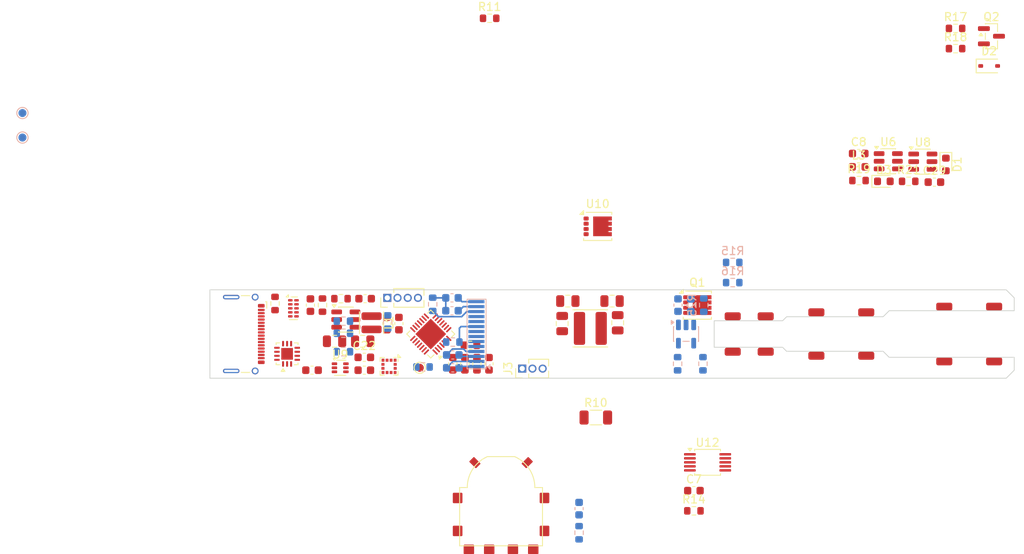
<source format=kicad_pcb>
(kicad_pcb
	(version 20241229)
	(generator "pcbnew")
	(generator_version "9.0")
	(general
		(thickness 1.6)
		(legacy_teardrops no)
	)
	(paper "A4")
	(layers
		(0 "F.Cu" signal)
		(4 "In1.Cu" signal)
		(6 "In2.Cu" signal)
		(2 "B.Cu" signal)
		(9 "F.Adhes" user "F.Adhesive")
		(11 "B.Adhes" user "B.Adhesive")
		(13 "F.Paste" user)
		(15 "B.Paste" user)
		(5 "F.SilkS" user "F.Silkscreen")
		(7 "B.SilkS" user "B.Silkscreen")
		(1 "F.Mask" user)
		(3 "B.Mask" user)
		(17 "Dwgs.User" user "User.Drawings")
		(19 "Cmts.User" user "User.Comments")
		(21 "Eco1.User" user "User.Eco1")
		(23 "Eco2.User" user "User.Eco2")
		(25 "Edge.Cuts" user)
		(27 "Margin" user)
		(31 "F.CrtYd" user "F.Courtyard")
		(29 "B.CrtYd" user "B.Courtyard")
		(35 "F.Fab" user)
		(33 "B.Fab" user)
		(39 "User.1" user)
		(41 "User.2" user)
		(43 "User.3" user)
		(45 "User.4" user)
	)
	(setup
		(stackup
			(layer "F.SilkS"
				(type "Top Silk Screen")
				(color "Black")
			)
			(layer "F.Paste"
				(type "Top Solder Paste")
			)
			(layer "F.Mask"
				(type "Top Solder Mask")
				(color "White")
				(thickness 0.01)
			)
			(layer "F.Cu"
				(type "copper")
				(thickness 0.035)
			)
			(layer "dielectric 1"
				(type "prepreg")
				(thickness 0.1)
				(material "FR4")
				(epsilon_r 4.5)
				(loss_tangent 0.02)
			)
			(layer "In1.Cu"
				(type "copper")
				(thickness 0.035)
			)
			(layer "dielectric 2"
				(type "core")
				(thickness 1.24)
				(material "FR4")
				(epsilon_r 4.5)
				(loss_tangent 0.02)
			)
			(layer "In2.Cu"
				(type "copper")
				(thickness 0.035)
			)
			(layer "dielectric 3"
				(type "prepreg")
				(thickness 0.1)
				(material "FR4")
				(epsilon_r 4.5)
				(loss_tangent 0.02)
			)
			(layer "B.Cu"
				(type "copper")
				(thickness 0.035)
			)
			(layer "B.Mask"
				(type "Bottom Solder Mask")
				(thickness 0.01)
			)
			(layer "B.Paste"
				(type "Bottom Solder Paste")
			)
			(layer "B.SilkS"
				(type "Bottom Silk Screen")
			)
			(copper_finish "None")
			(dielectric_constraints no)
		)
		(pad_to_mask_clearance 0)
		(allow_soldermask_bridges_in_footprints no)
		(tenting front back)
		(grid_origin 100.5 158.2)
		(pcbplotparams
			(layerselection 0x00000000_00000000_55555555_5755f5ff)
			(plot_on_all_layers_selection 0x00000000_00000000_00000000_00000000)
			(disableapertmacros no)
			(usegerberextensions no)
			(usegerberattributes yes)
			(usegerberadvancedattributes yes)
			(creategerberjobfile yes)
			(dashed_line_dash_ratio 12.000000)
			(dashed_line_gap_ratio 3.000000)
			(svgprecision 4)
			(plotframeref no)
			(mode 1)
			(useauxorigin no)
			(hpglpennumber 1)
			(hpglpenspeed 20)
			(hpglpendiameter 15.000000)
			(pdf_front_fp_property_popups yes)
			(pdf_back_fp_property_popups yes)
			(pdf_metadata yes)
			(pdf_single_document no)
			(dxfpolygonmode yes)
			(dxfimperialunits yes)
			(dxfusepcbnewfont yes)
			(psnegative no)
			(psa4output no)
			(plot_black_and_white yes)
			(sketchpadsonfab no)
			(plotpadnumbers no)
			(hidednponfab no)
			(sketchdnponfab yes)
			(crossoutdnponfab yes)
			(subtractmaskfromsilk no)
			(outputformat 1)
			(mirror no)
			(drillshape 1)
			(scaleselection 1)
			(outputdirectory "")
		)
	)
	(net 0 "")
	(net 1 "+3.3V")
	(net 2 "GND")
	(net 3 "VBUS")
	(net 4 "Net-(U4-SW)")
	(net 5 "Net-(U4-BST)")
	(net 6 "Net-(U4-FB)")
	(net 7 "/NRST")
	(net 8 "/ENC_B")
	(net 9 "unconnected-(U1-PB0-Pad14)")
	(net 10 "/TC_FB")
	(net 11 "/BOOTSEL")
	(net 12 "Net-(C27-Pad2)")
	(net 13 "/SCL")
	(net 14 "/DISP_NRST")
	(net 15 "/SDA")
	(net 16 "/ENC_A")
	(net 17 "/TIP_H")
	(net 18 "/SWDIO")
	(net 19 "/D-")
	(net 20 "/D+")
	(net 21 "/HEATER_ON")
	(net 22 "/TIP_K")
	(net 23 "/CC2")
	(net 24 "/CC1")
	(net 25 "/LED_RING")
	(net 26 "/ACC_INT1")
	(net 27 "/SWCLK")
	(net 28 "/INT_N")
	(net 29 "/ACC_INT2")
	(net 30 "Net-(J4-Pin_13)")
	(net 31 "Net-(J4-Pin_2)")
	(net 32 "Net-(J4-Pin_1)")
	(net 33 "Net-(J4-Pin_4)")
	(net 34 "Net-(J4-Pin_3)")
	(net 35 "Net-(J4-Pin_14)")
	(net 36 "Net-(U7--)")
	(net 37 "Net-(J1-SHIELD)")
	(net 38 "unconnected-(J4-Pin_6-Pad6)")
	(net 39 "Net-(J4-Pin_12)")
	(net 40 "Net-(U7-+)")
	(net 41 "unconnected-(U5-~{CS}-Pad10)")
	(net 42 "/JDP")
	(net 43 "/JDN")
	(net 44 "unconnected-(U3-NC-Pad6)")
	(net 45 "unconnected-(U3-NC-Pad10)")
	(net 46 "unconnected-(U3-NC-Pad7)")
	(net 47 "unconnected-(U3-NC-Pad9)")
	(net 48 "Net-(J4-Pin_9)")
	(net 49 "Net-(U1-VDDA)")
	(net 50 "unconnected-(U9-ALERT-Pad3)")
	(net 51 "unconnected-(U1-PA4-Pad10)")
	(net 52 "unconnected-(U1-PB3-Pad24)")
	(net 53 "unconnected-(U1-PB1-Pad15)")
	(net 54 "Net-(D2-K)")
	(net 55 "unconnected-(U1-PA15-Pad23)")
	(net 56 "unconnected-(U11-Pad0)")
	(net 57 "Net-(C23-Pad1)")
	(net 58 "Net-(D2-A)")
	(net 59 "Net-(Q1-D)")
	(net 60 "Net-(D1-K)")
	(net 61 "Net-(U8-VS)")
	(net 62 "Net-(Q1-G)")
	(net 63 "Net-(Q2-B)")
	(net 64 "Net-(Q2-C)")
	(net 65 "/BUS_ON")
	(net 66 "unconnected-(U11-Pad0)_1")
	(net 67 "unconnected-(U11-Pad0)_2")
	(net 68 "unconnected-(U11-Pad0)_3")
	(net 69 "unconnected-(U11-Pad0)_4")
	(net 70 "unconnected-(U11-Pad0)_5")
	(net 71 "/INA_ALERT")
	(net 72 "unconnected-(U1-PA2-Pad8)")
	(net 73 "unconnected-(U1-PA1-Pad7)")
	(net 74 "+12V")
	(net 75 "Net-(D3-A)")
	(net 76 "Net-(U6-FB)")
	(net 77 "unconnected-(U6-EN-Pad4)")
	(net 78 "unconnected-(U6-NC-Pad6)")
	(footprint "Capacitor_SMD:C_0603_1608Metric" (layer "F.Cu") (at 160.675 172.19))
	(footprint "Connector_Wire:SolderWirePad_1x01_SMD_1x2mm" (layer "F.Cu") (at 169.6 150.5 90))
	(footprint "Capacitor_SMD:C_0603_1608Metric" (layer "F.Cu") (at 122.5 151.4 -90))
	(footprint "Inductor_SMD:L_0603_1608Metric" (layer "F.Cu") (at 181.1625 131.9))
	(footprint "Package_SON:USON-10_2.5x1.0mm_P0.5mm" (layer "F.Cu") (at 110.885 149.5))
	(footprint "Capacitor_SMD:C_0603_1608Metric" (layer "F.Cu") (at 181.1625 130.24))
	(footprint "Connector_Wire:SolderWirePad_1x01_SMD_1x2mm" (layer "F.Cu") (at 182.1 155.4 90))
	(footprint "Package_SON:VSON-8_3.3x3.3mm_P0.65mm_NexFET" (layer "F.Cu") (at 161.1 149.1))
	(footprint "Capacitor_SMD:C_0805_2012Metric" (layer "F.Cu") (at 151.2 151.3 90))
	(footprint "Connector_Wire:SolderWirePad_1x01_SMD_1x2mm" (layer "F.Cu") (at 198 156.1 90))
	(footprint "Capacitor_SMD:C_0603_1608Metric" (layer "F.Cu") (at 135.2 156.4 -90))
	(footprint "Inductor_SMD:L_Changjiang_FTC252012S" (layer "F.Cu") (at 120.6 151.3 -90))
	(footprint "Package_SON:VSON-8_3.3x3.3mm_P0.65mm_NexFET" (layer "F.Cu") (at 148.715 139.3))
	(footprint "Resistor_SMD:R_0603_1608Metric" (layer "F.Cu") (at 193.205158 117.182374))
	(footprint "Connector_Wire:SolderWirePad_1x01_SMD_1x2mm" (layer "F.Cu") (at 175.9 150 90))
	(footprint "Diode_SMD:D_0603_1608Metric" (layer "F.Cu") (at 184.2875 133.7))
	(footprint "Resistor_SMD:R_0603_1608Metric" (layer "F.Cu") (at 181.2 133.6))
	(footprint "Diode_SMD:D_0603_1608Metric" (layer "F.Cu") (at 192 131.6 -90))
	(footprint "Capacitor_SMD:C_0805_2012Metric" (layer "F.Cu") (at 150.5 148.6))
	(footprint "Connector_Wire:SolderWirePad_1x01_SMD_1x2mm" (layer "F.Cu") (at 191.8 156.1 90))
	(footprint "Capacitor_SMD:C_0603_1608Metric" (layer "F.Cu") (at 190.575 133.8))
	(footprint "Capacitor_SMD:C_0603_1608Metric" (layer "F.Cu") (at 132.2 156.4 -90))
	(footprint "Diode_SMD:D_SOD-323" (layer "F.Cu") (at 197.380158 119.342374))
	(footprint "Inductor_SMD:L_Changjiang_FTC404030S" (layer "F.Cu") (at 147.8 152))
	(footprint "Connector_Wire:SolderWirePad_1x01_SMD_1x2mm" (layer "F.Cu") (at 169.6 154.9 90))
	(footprint "Resistor_SMD:R_0603_1608Metric" (layer "F.Cu") (at 193.205158 114.672374))
	(footprint "Connector_USB:USB_C_Receptacle_G-Switch_GT-USB-7025" (layer "F.Cu") (at 103.439427 152.7 -90))
	(footprint "Connector_Wire:SolderWirePad_1x01_SMD_1x2mm" (layer "F.Cu") (at 165.5 150.5 90))
	(footprint "Resistor_SMD:R_0603_1608Metric" (layer "F.Cu") (at 114.5 149.1 90))
	(footprint "Connector_Wire:SolderWirePad_1x01_SMD_1x2mm" (layer "F.Cu") (at 165.5 154.9 90))
	(footprint "Capacitor_SMD:C_0603_1608Metric" (layer "F.Cu") (at 133.7 156.4 -90))
	(footprint "Resistor_SMD:R_0603_1608Metric" (layer "F.Cu") (at 160.675 174.7))
	(footprint "Capacitor_SMD:C_0805_2012Metric" (layer "F.Cu") (at 145 148.6 180))
	(footprint "Package_TO_SOT_SMD:SOT-23-6" (layer "F.Cu") (at 189.1375 131.25))
	(footprint "Capacitor_SMD:C_0603_1608Metric" (layer "F.Cu") (at 130.7 156.4 -90))
	(footprint "Connector_PinHeader_1.27mm:PinHeader_1x03_P1.27mm_Vertical" (layer "F.Cu") (at 139.33 157 90))
	(footprint "Capacitor_SMD:C_0805_2012Metric" (layer "F.Cu") (at 144.3 151.4 90))
	(footprint "Package_TO_SOT_SMD:SOT-23" (layer "F.Cu") (at 197.665158 115.642374))
	(footprint "Capacitor_SMD:C_0805_2012Metric" (layer "F.Cu") (at 119.5 153.6 180))
	(footprint "TestPoint:TestPoint_Pad_D1.0mm" (layer "F.Cu") (at 126.6 156.9))
	(footprint "Capacitor_SMD:C_0603_1608Metric" (layer "F.Cu") (at 113 149.1 90))
	(footprint "Package_TO_SOT_SMD:TSOT-23-6" (layer "F.Cu") (at 117.4 150.9))
	(footprint "Package_LGA:LGA-12_2x2mm_P0.5mm" (layer "F.Cu") (at 122.7775 156.7225 -90))
	(footprint "Package_DFN_QFN:WQFN-28-1EP_4x4mm_P0.4mm_EP2.7x2.7mm" (layer "F.Cu") (at 127.960831 152.7 135))
	(footprint "Custom:SIQ-02FVS3_Rotary_Encoder" (layer "F.Cu") (at 136.7 171.8))
	(footprint "Connector_Wire:SolderWirePad_1x01_SMD_1x2mm" (layer "F.Cu") (at 198 149.3 90))
	(footprint "Connector_PinHeader_1.27mm:PinHeader_1x04_P1.27mm_Vertical"
		(layer "F.Cu")
		(uuid "97e08cc2-3a03-4481-966a-47e2c700f232")
		(at 122.56 148.2 90)
		(descr "Through hole straight pin header, 1x04, 1.27mm pitch, single row")
		(tags "Through hole pin header THT 1x04 1.27mm single row")
		(property "Reference" "J2"
			(at 0 -1.745 90)
			(layer "F.SilkS")
			(hide yes)
			(uuid "d298bfd7-e5d3-4a83-80b7-abc3a5df5756")
			(effects
				(font
					(size 1 1)
					(thickness 0.15)
				)
			)
		)
		(property "Value" "DBG"
			(at 0 5.555 90)
			(layer "F.Fab")
			(uuid "e573f6bf-72ff-4a38-b855-4c82e13849fe")
			(effects
				(font
					(size 1 1)
					(thickness 0.15)
				)
			)
		)
		(property "Datasheet" "~"
			(at 0 0 90)
			(layer "F.Fab")
			(hide yes)
			(uuid "b3b7b9fc-7ac8-4cf4-a1f7-552909f32824")
			(effects
				(font
					(size 1.27 1.27)
					(thickness 0.15)
				)
			)
		)
		(property "Description" "Generic connector, single row, 01x04, script generated"
			(at 0 0 90)
			(layer "F.Fab")
			(hide yes)
			(uuid "725f861c-980f-47ca-9c16-8ef99fb23c02")
			(effects
				(font
					(size 1.27 1.27)
					(thickness 0.15)
				)
			)
		)
		(property ki_fp_filters "Connector*:*_1x??_*")
		(path "/e2c31f10-75c2-4b08-abb1-5b05c1123794")
		(sheetname "/")
		(sheetfile "usbc_soldering_iron.kicad_sch")
		(attr through_h
... [192012 chars truncated]
</source>
